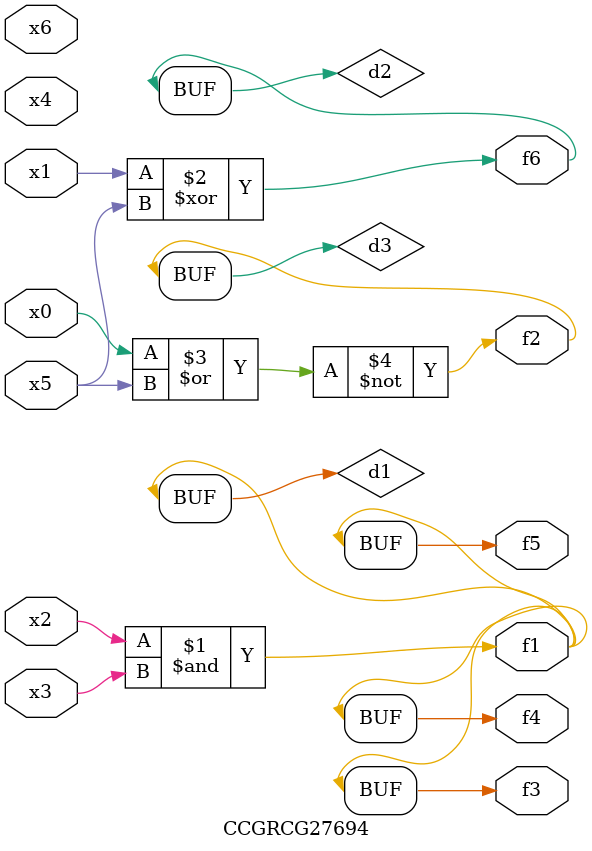
<source format=v>
module CCGRCG27694(
	input x0, x1, x2, x3, x4, x5, x6,
	output f1, f2, f3, f4, f5, f6
);

	wire d1, d2, d3;

	and (d1, x2, x3);
	xor (d2, x1, x5);
	nor (d3, x0, x5);
	assign f1 = d1;
	assign f2 = d3;
	assign f3 = d1;
	assign f4 = d1;
	assign f5 = d1;
	assign f6 = d2;
endmodule

</source>
